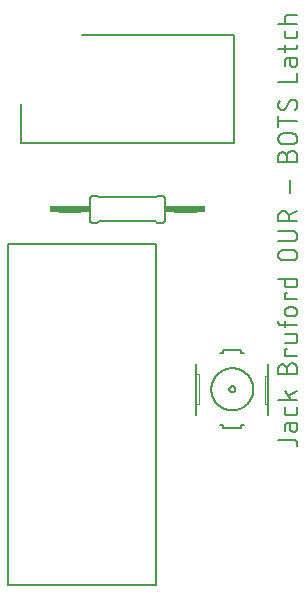
<source format=gto>
G75*
%MOIN*%
%OFA0B0*%
%FSLAX25Y25*%
%IPPOS*%
%LPD*%
%AMOC8*
5,1,8,0,0,1.08239X$1,22.5*
%
%ADD10C,0.00600*%
%ADD11C,0.00787*%
%ADD12C,0.00800*%
%ADD13C,0.02400*%
%ADD14R,0.03400X0.02400*%
%ADD15C,0.00200*%
D10*
X0041100Y0133100D02*
X0042600Y0133100D01*
X0043100Y0133600D01*
X0062100Y0133600D01*
X0062600Y0133100D01*
X0064100Y0133100D01*
X0064160Y0133102D01*
X0064221Y0133107D01*
X0064280Y0133116D01*
X0064339Y0133129D01*
X0064398Y0133145D01*
X0064455Y0133165D01*
X0064510Y0133188D01*
X0064565Y0133215D01*
X0064617Y0133244D01*
X0064668Y0133277D01*
X0064717Y0133313D01*
X0064763Y0133351D01*
X0064807Y0133393D01*
X0064849Y0133437D01*
X0064887Y0133483D01*
X0064923Y0133532D01*
X0064956Y0133583D01*
X0064985Y0133635D01*
X0065012Y0133690D01*
X0065035Y0133745D01*
X0065055Y0133802D01*
X0065071Y0133861D01*
X0065084Y0133920D01*
X0065093Y0133979D01*
X0065098Y0134040D01*
X0065100Y0134100D01*
X0065100Y0141100D01*
X0065098Y0141160D01*
X0065093Y0141221D01*
X0065084Y0141280D01*
X0065071Y0141339D01*
X0065055Y0141398D01*
X0065035Y0141455D01*
X0065012Y0141510D01*
X0064985Y0141565D01*
X0064956Y0141617D01*
X0064923Y0141668D01*
X0064887Y0141717D01*
X0064849Y0141763D01*
X0064807Y0141807D01*
X0064763Y0141849D01*
X0064717Y0141887D01*
X0064668Y0141923D01*
X0064617Y0141956D01*
X0064565Y0141985D01*
X0064510Y0142012D01*
X0064455Y0142035D01*
X0064398Y0142055D01*
X0064339Y0142071D01*
X0064280Y0142084D01*
X0064221Y0142093D01*
X0064160Y0142098D01*
X0064100Y0142100D01*
X0062600Y0142100D01*
X0062100Y0141600D01*
X0043100Y0141600D01*
X0042600Y0142100D01*
X0041100Y0142100D01*
X0041040Y0142098D01*
X0040979Y0142093D01*
X0040920Y0142084D01*
X0040861Y0142071D01*
X0040802Y0142055D01*
X0040745Y0142035D01*
X0040690Y0142012D01*
X0040635Y0141985D01*
X0040583Y0141956D01*
X0040532Y0141923D01*
X0040483Y0141887D01*
X0040437Y0141849D01*
X0040393Y0141807D01*
X0040351Y0141763D01*
X0040313Y0141717D01*
X0040277Y0141668D01*
X0040244Y0141617D01*
X0040215Y0141565D01*
X0040188Y0141510D01*
X0040165Y0141455D01*
X0040145Y0141398D01*
X0040129Y0141339D01*
X0040116Y0141280D01*
X0040107Y0141221D01*
X0040102Y0141160D01*
X0040100Y0141100D01*
X0040100Y0134100D01*
X0040102Y0134040D01*
X0040107Y0133979D01*
X0040116Y0133920D01*
X0040129Y0133861D01*
X0040145Y0133802D01*
X0040165Y0133745D01*
X0040188Y0133690D01*
X0040215Y0133635D01*
X0040244Y0133583D01*
X0040277Y0133532D01*
X0040313Y0133483D01*
X0040351Y0133437D01*
X0040393Y0133393D01*
X0040437Y0133351D01*
X0040483Y0133313D01*
X0040532Y0133277D01*
X0040583Y0133244D01*
X0040635Y0133215D01*
X0040690Y0133188D01*
X0040745Y0133165D01*
X0040802Y0133145D01*
X0040861Y0133129D01*
X0040920Y0133116D01*
X0040979Y0133107D01*
X0041040Y0133102D01*
X0041100Y0133100D01*
X0075600Y0086100D02*
X0075600Y0082600D01*
X0075600Y0072600D01*
X0075600Y0069100D01*
X0083600Y0065600D02*
X0084600Y0065600D01*
X0084600Y0064600D01*
X0090600Y0064600D01*
X0090600Y0065600D01*
X0091600Y0065600D01*
X0099600Y0069100D02*
X0099600Y0072600D01*
X0099600Y0082100D01*
X0099600Y0086100D01*
X0102900Y0084445D02*
X0102900Y0082667D01*
X0109300Y0082667D01*
X0109300Y0084445D01*
X0109298Y0084528D01*
X0109292Y0084611D01*
X0109282Y0084694D01*
X0109269Y0084777D01*
X0109251Y0084858D01*
X0109230Y0084939D01*
X0109205Y0085018D01*
X0109176Y0085096D01*
X0109144Y0085173D01*
X0109108Y0085248D01*
X0109069Y0085322D01*
X0109026Y0085393D01*
X0108980Y0085463D01*
X0108930Y0085530D01*
X0108878Y0085595D01*
X0108823Y0085657D01*
X0108764Y0085717D01*
X0108703Y0085774D01*
X0108640Y0085828D01*
X0108574Y0085879D01*
X0108505Y0085926D01*
X0108435Y0085971D01*
X0108362Y0086012D01*
X0108288Y0086049D01*
X0108212Y0086084D01*
X0108134Y0086114D01*
X0108056Y0086141D01*
X0107975Y0086164D01*
X0107894Y0086184D01*
X0107812Y0086199D01*
X0107730Y0086211D01*
X0107647Y0086219D01*
X0107564Y0086223D01*
X0107480Y0086223D01*
X0107397Y0086219D01*
X0107314Y0086211D01*
X0107232Y0086199D01*
X0107150Y0086184D01*
X0107069Y0086164D01*
X0106988Y0086141D01*
X0106910Y0086114D01*
X0106832Y0086084D01*
X0106756Y0086049D01*
X0106682Y0086012D01*
X0106609Y0085971D01*
X0106539Y0085926D01*
X0106470Y0085879D01*
X0106404Y0085828D01*
X0106341Y0085774D01*
X0106280Y0085717D01*
X0106221Y0085657D01*
X0106166Y0085595D01*
X0106114Y0085530D01*
X0106064Y0085463D01*
X0106018Y0085393D01*
X0105975Y0085322D01*
X0105936Y0085248D01*
X0105900Y0085173D01*
X0105868Y0085096D01*
X0105839Y0085018D01*
X0105814Y0084939D01*
X0105793Y0084858D01*
X0105775Y0084777D01*
X0105762Y0084694D01*
X0105752Y0084611D01*
X0105746Y0084528D01*
X0105744Y0084445D01*
X0105744Y0082667D01*
X0105744Y0084445D02*
X0105742Y0084519D01*
X0105736Y0084594D01*
X0105726Y0084667D01*
X0105713Y0084741D01*
X0105696Y0084813D01*
X0105674Y0084884D01*
X0105650Y0084955D01*
X0105621Y0085023D01*
X0105589Y0085091D01*
X0105553Y0085156D01*
X0105515Y0085219D01*
X0105472Y0085281D01*
X0105427Y0085340D01*
X0105379Y0085397D01*
X0105328Y0085451D01*
X0105274Y0085502D01*
X0105217Y0085550D01*
X0105158Y0085595D01*
X0105096Y0085638D01*
X0105033Y0085676D01*
X0104968Y0085712D01*
X0104900Y0085744D01*
X0104832Y0085773D01*
X0104761Y0085797D01*
X0104690Y0085819D01*
X0104618Y0085836D01*
X0104544Y0085849D01*
X0104471Y0085859D01*
X0104396Y0085865D01*
X0104322Y0085867D01*
X0104248Y0085865D01*
X0104173Y0085859D01*
X0104100Y0085849D01*
X0104026Y0085836D01*
X0103954Y0085819D01*
X0103883Y0085797D01*
X0103812Y0085773D01*
X0103744Y0085744D01*
X0103676Y0085712D01*
X0103611Y0085676D01*
X0103548Y0085638D01*
X0103486Y0085595D01*
X0103427Y0085550D01*
X0103370Y0085502D01*
X0103316Y0085451D01*
X0103265Y0085397D01*
X0103217Y0085340D01*
X0103172Y0085281D01*
X0103129Y0085219D01*
X0103091Y0085156D01*
X0103055Y0085091D01*
X0103023Y0085023D01*
X0102994Y0084955D01*
X0102970Y0084884D01*
X0102948Y0084813D01*
X0102931Y0084741D01*
X0102918Y0084667D01*
X0102908Y0084594D01*
X0102902Y0084519D01*
X0102900Y0084445D01*
X0105033Y0088717D02*
X0105033Y0090850D01*
X0105744Y0090850D01*
X0105033Y0088717D02*
X0109300Y0088717D01*
X0108233Y0092991D02*
X0105033Y0092991D01*
X0105033Y0095835D02*
X0109300Y0095835D01*
X0109300Y0094058D01*
X0109298Y0093994D01*
X0109292Y0093929D01*
X0109283Y0093866D01*
X0109269Y0093803D01*
X0109252Y0093741D01*
X0109231Y0093680D01*
X0109206Y0093620D01*
X0109178Y0093562D01*
X0109146Y0093506D01*
X0109111Y0093452D01*
X0109073Y0093400D01*
X0109032Y0093350D01*
X0108987Y0093304D01*
X0108941Y0093259D01*
X0108891Y0093218D01*
X0108839Y0093180D01*
X0108785Y0093145D01*
X0108729Y0093113D01*
X0108671Y0093085D01*
X0108611Y0093060D01*
X0108550Y0093039D01*
X0108488Y0093022D01*
X0108425Y0093008D01*
X0108362Y0092999D01*
X0108297Y0092993D01*
X0108233Y0092991D01*
X0109300Y0098879D02*
X0103967Y0098879D01*
X0103903Y0098881D01*
X0103838Y0098887D01*
X0103775Y0098896D01*
X0103712Y0098910D01*
X0103650Y0098927D01*
X0103589Y0098948D01*
X0103529Y0098973D01*
X0103471Y0099001D01*
X0103415Y0099033D01*
X0103361Y0099068D01*
X0103309Y0099106D01*
X0103259Y0099147D01*
X0103213Y0099192D01*
X0103168Y0099238D01*
X0103127Y0099288D01*
X0103089Y0099340D01*
X0103054Y0099394D01*
X0103022Y0099450D01*
X0102994Y0099508D01*
X0102969Y0099568D01*
X0102948Y0099629D01*
X0102931Y0099691D01*
X0102917Y0099754D01*
X0102908Y0099817D01*
X0102902Y0099882D01*
X0102900Y0099946D01*
X0102900Y0100301D01*
X0105033Y0100301D02*
X0105033Y0098168D01*
X0106456Y0102017D02*
X0107878Y0102017D01*
X0107952Y0102019D01*
X0108027Y0102025D01*
X0108100Y0102035D01*
X0108174Y0102048D01*
X0108246Y0102065D01*
X0108317Y0102087D01*
X0108388Y0102111D01*
X0108456Y0102140D01*
X0108524Y0102172D01*
X0108589Y0102208D01*
X0108652Y0102246D01*
X0108714Y0102289D01*
X0108773Y0102334D01*
X0108830Y0102382D01*
X0108884Y0102433D01*
X0108935Y0102487D01*
X0108983Y0102544D01*
X0109028Y0102603D01*
X0109071Y0102665D01*
X0109109Y0102728D01*
X0109145Y0102793D01*
X0109177Y0102861D01*
X0109206Y0102929D01*
X0109230Y0103000D01*
X0109252Y0103071D01*
X0109269Y0103143D01*
X0109282Y0103217D01*
X0109292Y0103290D01*
X0109298Y0103365D01*
X0109300Y0103439D01*
X0109298Y0103513D01*
X0109292Y0103588D01*
X0109282Y0103661D01*
X0109269Y0103735D01*
X0109252Y0103807D01*
X0109230Y0103878D01*
X0109206Y0103949D01*
X0109177Y0104017D01*
X0109145Y0104085D01*
X0109109Y0104150D01*
X0109071Y0104213D01*
X0109028Y0104275D01*
X0108983Y0104334D01*
X0108935Y0104391D01*
X0108884Y0104445D01*
X0108830Y0104496D01*
X0108773Y0104544D01*
X0108714Y0104589D01*
X0108652Y0104632D01*
X0108589Y0104670D01*
X0108524Y0104706D01*
X0108456Y0104738D01*
X0108388Y0104767D01*
X0108317Y0104791D01*
X0108246Y0104813D01*
X0108174Y0104830D01*
X0108100Y0104843D01*
X0108027Y0104853D01*
X0107952Y0104859D01*
X0107878Y0104861D01*
X0106456Y0104861D01*
X0106382Y0104859D01*
X0106307Y0104853D01*
X0106234Y0104843D01*
X0106160Y0104830D01*
X0106088Y0104813D01*
X0106017Y0104791D01*
X0105946Y0104767D01*
X0105878Y0104738D01*
X0105810Y0104706D01*
X0105745Y0104670D01*
X0105682Y0104632D01*
X0105620Y0104589D01*
X0105561Y0104544D01*
X0105504Y0104496D01*
X0105450Y0104445D01*
X0105399Y0104391D01*
X0105351Y0104334D01*
X0105306Y0104275D01*
X0105263Y0104213D01*
X0105225Y0104150D01*
X0105189Y0104085D01*
X0105157Y0104017D01*
X0105128Y0103949D01*
X0105104Y0103878D01*
X0105082Y0103807D01*
X0105065Y0103735D01*
X0105052Y0103661D01*
X0105042Y0103588D01*
X0105036Y0103513D01*
X0105034Y0103439D01*
X0105036Y0103365D01*
X0105042Y0103290D01*
X0105052Y0103217D01*
X0105065Y0103143D01*
X0105082Y0103071D01*
X0105104Y0103000D01*
X0105128Y0102929D01*
X0105157Y0102861D01*
X0105189Y0102793D01*
X0105225Y0102728D01*
X0105263Y0102665D01*
X0105306Y0102603D01*
X0105351Y0102544D01*
X0105399Y0102487D01*
X0105450Y0102433D01*
X0105504Y0102382D01*
X0105561Y0102334D01*
X0105620Y0102289D01*
X0105682Y0102246D01*
X0105745Y0102208D01*
X0105810Y0102172D01*
X0105878Y0102140D01*
X0105946Y0102111D01*
X0106017Y0102087D01*
X0106088Y0102065D01*
X0106160Y0102048D01*
X0106234Y0102035D01*
X0106307Y0102025D01*
X0106382Y0102019D01*
X0106456Y0102017D01*
X0105033Y0107589D02*
X0105033Y0109722D01*
X0105744Y0109722D01*
X0106100Y0111629D02*
X0108233Y0111629D01*
X0108297Y0111631D01*
X0108362Y0111637D01*
X0108425Y0111646D01*
X0108488Y0111660D01*
X0108550Y0111677D01*
X0108611Y0111698D01*
X0108671Y0111723D01*
X0108729Y0111751D01*
X0108785Y0111783D01*
X0108839Y0111818D01*
X0108891Y0111856D01*
X0108941Y0111897D01*
X0108987Y0111942D01*
X0109032Y0111988D01*
X0109073Y0112038D01*
X0109111Y0112090D01*
X0109146Y0112144D01*
X0109178Y0112200D01*
X0109206Y0112258D01*
X0109231Y0112318D01*
X0109252Y0112379D01*
X0109269Y0112441D01*
X0109283Y0112504D01*
X0109292Y0112567D01*
X0109298Y0112632D01*
X0109300Y0112696D01*
X0109300Y0114474D01*
X0102900Y0114474D01*
X0105033Y0114474D02*
X0105033Y0112696D01*
X0105035Y0112632D01*
X0105041Y0112567D01*
X0105050Y0112504D01*
X0105064Y0112441D01*
X0105081Y0112379D01*
X0105102Y0112318D01*
X0105127Y0112258D01*
X0105155Y0112200D01*
X0105187Y0112144D01*
X0105222Y0112090D01*
X0105260Y0112038D01*
X0105301Y0111988D01*
X0105346Y0111942D01*
X0105392Y0111897D01*
X0105442Y0111856D01*
X0105494Y0111818D01*
X0105548Y0111783D01*
X0105604Y0111751D01*
X0105662Y0111723D01*
X0105722Y0111698D01*
X0105783Y0111677D01*
X0105845Y0111660D01*
X0105908Y0111646D01*
X0105971Y0111637D01*
X0106036Y0111631D01*
X0106100Y0111629D01*
X0105033Y0107589D02*
X0109300Y0107589D01*
X0107522Y0120534D02*
X0104678Y0120534D01*
X0104678Y0120533D02*
X0104595Y0120535D01*
X0104512Y0120541D01*
X0104429Y0120551D01*
X0104346Y0120564D01*
X0104265Y0120582D01*
X0104184Y0120603D01*
X0104105Y0120628D01*
X0104027Y0120657D01*
X0103950Y0120689D01*
X0103875Y0120725D01*
X0103801Y0120764D01*
X0103730Y0120807D01*
X0103660Y0120853D01*
X0103593Y0120903D01*
X0103528Y0120955D01*
X0103466Y0121010D01*
X0103406Y0121069D01*
X0103349Y0121130D01*
X0103295Y0121193D01*
X0103244Y0121259D01*
X0103197Y0121328D01*
X0103152Y0121398D01*
X0103111Y0121471D01*
X0103074Y0121545D01*
X0103039Y0121621D01*
X0103009Y0121699D01*
X0102982Y0121777D01*
X0102959Y0121858D01*
X0102939Y0121939D01*
X0102924Y0122021D01*
X0102912Y0122103D01*
X0102904Y0122186D01*
X0102900Y0122269D01*
X0102900Y0122353D01*
X0102904Y0122436D01*
X0102912Y0122519D01*
X0102924Y0122601D01*
X0102939Y0122683D01*
X0102959Y0122764D01*
X0102982Y0122845D01*
X0103009Y0122923D01*
X0103039Y0123001D01*
X0103074Y0123077D01*
X0103111Y0123151D01*
X0103152Y0123224D01*
X0103197Y0123294D01*
X0103244Y0123363D01*
X0103295Y0123429D01*
X0103349Y0123492D01*
X0103406Y0123553D01*
X0103466Y0123612D01*
X0103528Y0123667D01*
X0103593Y0123719D01*
X0103660Y0123769D01*
X0103730Y0123815D01*
X0103801Y0123858D01*
X0103875Y0123897D01*
X0103950Y0123933D01*
X0104027Y0123965D01*
X0104105Y0123994D01*
X0104184Y0124019D01*
X0104265Y0124040D01*
X0104346Y0124058D01*
X0104429Y0124071D01*
X0104512Y0124081D01*
X0104595Y0124087D01*
X0104678Y0124089D01*
X0107522Y0124089D01*
X0107605Y0124087D01*
X0107688Y0124081D01*
X0107771Y0124071D01*
X0107854Y0124058D01*
X0107935Y0124040D01*
X0108016Y0124019D01*
X0108095Y0123994D01*
X0108173Y0123965D01*
X0108250Y0123933D01*
X0108325Y0123897D01*
X0108399Y0123858D01*
X0108470Y0123815D01*
X0108540Y0123769D01*
X0108607Y0123719D01*
X0108672Y0123667D01*
X0108734Y0123612D01*
X0108794Y0123553D01*
X0108851Y0123492D01*
X0108905Y0123429D01*
X0108956Y0123363D01*
X0109003Y0123294D01*
X0109048Y0123224D01*
X0109089Y0123151D01*
X0109126Y0123077D01*
X0109161Y0123001D01*
X0109191Y0122923D01*
X0109218Y0122845D01*
X0109241Y0122764D01*
X0109261Y0122683D01*
X0109276Y0122601D01*
X0109288Y0122519D01*
X0109296Y0122436D01*
X0109300Y0122353D01*
X0109300Y0122269D01*
X0109296Y0122186D01*
X0109288Y0122103D01*
X0109276Y0122021D01*
X0109261Y0121939D01*
X0109241Y0121858D01*
X0109218Y0121777D01*
X0109191Y0121699D01*
X0109161Y0121621D01*
X0109126Y0121545D01*
X0109089Y0121471D01*
X0109048Y0121398D01*
X0109003Y0121328D01*
X0108956Y0121259D01*
X0108905Y0121193D01*
X0108851Y0121130D01*
X0108794Y0121069D01*
X0108734Y0121010D01*
X0108672Y0120955D01*
X0108607Y0120903D01*
X0108540Y0120853D01*
X0108470Y0120807D01*
X0108399Y0120764D01*
X0108325Y0120725D01*
X0108250Y0120689D01*
X0108173Y0120657D01*
X0108095Y0120628D01*
X0108016Y0120603D01*
X0107935Y0120582D01*
X0107854Y0120564D01*
X0107771Y0120551D01*
X0107688Y0120541D01*
X0107605Y0120535D01*
X0107522Y0120533D01*
X0107522Y0126893D02*
X0102900Y0126893D01*
X0102900Y0130448D02*
X0107522Y0130448D01*
X0107522Y0130449D02*
X0107605Y0130447D01*
X0107688Y0130441D01*
X0107771Y0130431D01*
X0107854Y0130418D01*
X0107935Y0130400D01*
X0108016Y0130379D01*
X0108095Y0130354D01*
X0108173Y0130325D01*
X0108250Y0130293D01*
X0108325Y0130257D01*
X0108399Y0130218D01*
X0108470Y0130175D01*
X0108540Y0130129D01*
X0108607Y0130079D01*
X0108672Y0130027D01*
X0108734Y0129972D01*
X0108794Y0129913D01*
X0108851Y0129852D01*
X0108905Y0129789D01*
X0108956Y0129723D01*
X0109003Y0129654D01*
X0109048Y0129584D01*
X0109089Y0129511D01*
X0109126Y0129437D01*
X0109161Y0129361D01*
X0109191Y0129283D01*
X0109218Y0129205D01*
X0109241Y0129124D01*
X0109261Y0129043D01*
X0109276Y0128961D01*
X0109288Y0128879D01*
X0109296Y0128796D01*
X0109300Y0128713D01*
X0109300Y0128629D01*
X0109296Y0128546D01*
X0109288Y0128463D01*
X0109276Y0128381D01*
X0109261Y0128299D01*
X0109241Y0128218D01*
X0109218Y0128137D01*
X0109191Y0128059D01*
X0109161Y0127981D01*
X0109126Y0127905D01*
X0109089Y0127831D01*
X0109048Y0127758D01*
X0109003Y0127688D01*
X0108956Y0127619D01*
X0108905Y0127553D01*
X0108851Y0127490D01*
X0108794Y0127429D01*
X0108734Y0127370D01*
X0108672Y0127315D01*
X0108607Y0127263D01*
X0108540Y0127213D01*
X0108470Y0127167D01*
X0108399Y0127124D01*
X0108325Y0127085D01*
X0108250Y0127049D01*
X0108173Y0127017D01*
X0108095Y0126988D01*
X0108016Y0126963D01*
X0107935Y0126942D01*
X0107854Y0126924D01*
X0107771Y0126911D01*
X0107688Y0126901D01*
X0107605Y0126895D01*
X0107522Y0126893D01*
X0106456Y0133493D02*
X0106456Y0135271D01*
X0106456Y0135626D02*
X0109300Y0137049D01*
X0109300Y0133493D02*
X0102900Y0133493D01*
X0102900Y0135271D01*
X0102902Y0135354D01*
X0102908Y0135437D01*
X0102918Y0135520D01*
X0102931Y0135603D01*
X0102949Y0135684D01*
X0102970Y0135765D01*
X0102995Y0135844D01*
X0103024Y0135922D01*
X0103056Y0135999D01*
X0103092Y0136074D01*
X0103131Y0136148D01*
X0103174Y0136219D01*
X0103220Y0136289D01*
X0103270Y0136356D01*
X0103322Y0136421D01*
X0103377Y0136483D01*
X0103436Y0136543D01*
X0103497Y0136600D01*
X0103560Y0136654D01*
X0103626Y0136705D01*
X0103695Y0136752D01*
X0103765Y0136797D01*
X0103838Y0136838D01*
X0103912Y0136875D01*
X0103988Y0136910D01*
X0104066Y0136940D01*
X0104144Y0136967D01*
X0104225Y0136990D01*
X0104306Y0137010D01*
X0104388Y0137025D01*
X0104470Y0137037D01*
X0104553Y0137045D01*
X0104636Y0137049D01*
X0104720Y0137049D01*
X0104803Y0137045D01*
X0104886Y0137037D01*
X0104968Y0137025D01*
X0105050Y0137010D01*
X0105131Y0136990D01*
X0105212Y0136967D01*
X0105290Y0136940D01*
X0105368Y0136910D01*
X0105444Y0136875D01*
X0105518Y0136838D01*
X0105591Y0136797D01*
X0105661Y0136752D01*
X0105730Y0136705D01*
X0105796Y0136654D01*
X0105859Y0136600D01*
X0105920Y0136543D01*
X0105979Y0136483D01*
X0106034Y0136421D01*
X0106086Y0136356D01*
X0106136Y0136289D01*
X0106182Y0136219D01*
X0106225Y0136148D01*
X0106264Y0136074D01*
X0106300Y0135999D01*
X0106332Y0135922D01*
X0106361Y0135844D01*
X0106386Y0135765D01*
X0106407Y0135684D01*
X0106425Y0135603D01*
X0106438Y0135520D01*
X0106448Y0135437D01*
X0106454Y0135354D01*
X0106456Y0135271D01*
X0106811Y0142948D02*
X0106811Y0147215D01*
X0105744Y0153438D02*
X0105744Y0155216D01*
X0105742Y0155290D01*
X0105736Y0155365D01*
X0105726Y0155438D01*
X0105713Y0155512D01*
X0105696Y0155584D01*
X0105674Y0155655D01*
X0105650Y0155726D01*
X0105621Y0155794D01*
X0105589Y0155862D01*
X0105553Y0155927D01*
X0105515Y0155990D01*
X0105472Y0156052D01*
X0105427Y0156111D01*
X0105379Y0156168D01*
X0105328Y0156222D01*
X0105274Y0156273D01*
X0105217Y0156321D01*
X0105158Y0156366D01*
X0105096Y0156409D01*
X0105033Y0156447D01*
X0104968Y0156483D01*
X0104900Y0156515D01*
X0104832Y0156544D01*
X0104761Y0156568D01*
X0104690Y0156590D01*
X0104618Y0156607D01*
X0104544Y0156620D01*
X0104471Y0156630D01*
X0104396Y0156636D01*
X0104322Y0156638D01*
X0104248Y0156636D01*
X0104173Y0156630D01*
X0104100Y0156620D01*
X0104026Y0156607D01*
X0103954Y0156590D01*
X0103883Y0156568D01*
X0103812Y0156544D01*
X0103744Y0156515D01*
X0103676Y0156483D01*
X0103611Y0156447D01*
X0103548Y0156409D01*
X0103486Y0156366D01*
X0103427Y0156321D01*
X0103370Y0156273D01*
X0103316Y0156222D01*
X0103265Y0156168D01*
X0103217Y0156111D01*
X0103172Y0156052D01*
X0103129Y0155990D01*
X0103091Y0155927D01*
X0103055Y0155862D01*
X0103023Y0155794D01*
X0102994Y0155726D01*
X0102970Y0155655D01*
X0102948Y0155584D01*
X0102931Y0155512D01*
X0102918Y0155438D01*
X0102908Y0155365D01*
X0102902Y0155290D01*
X0102900Y0155216D01*
X0102900Y0153438D01*
X0109300Y0153438D01*
X0109300Y0155216D01*
X0109298Y0155299D01*
X0109292Y0155382D01*
X0109282Y0155465D01*
X0109269Y0155548D01*
X0109251Y0155629D01*
X0109230Y0155710D01*
X0109205Y0155789D01*
X0109176Y0155867D01*
X0109144Y0155944D01*
X0109108Y0156019D01*
X0109069Y0156093D01*
X0109026Y0156164D01*
X0108980Y0156234D01*
X0108930Y0156301D01*
X0108878Y0156366D01*
X0108823Y0156428D01*
X0108764Y0156488D01*
X0108703Y0156545D01*
X0108640Y0156599D01*
X0108574Y0156650D01*
X0108505Y0156697D01*
X0108435Y0156742D01*
X0108362Y0156783D01*
X0108288Y0156820D01*
X0108212Y0156855D01*
X0108134Y0156885D01*
X0108056Y0156912D01*
X0107975Y0156935D01*
X0107894Y0156955D01*
X0107812Y0156970D01*
X0107730Y0156982D01*
X0107647Y0156990D01*
X0107564Y0156994D01*
X0107480Y0156994D01*
X0107397Y0156990D01*
X0107314Y0156982D01*
X0107232Y0156970D01*
X0107150Y0156955D01*
X0107069Y0156935D01*
X0106988Y0156912D01*
X0106910Y0156885D01*
X0106832Y0156855D01*
X0106756Y0156820D01*
X0106682Y0156783D01*
X0106609Y0156742D01*
X0106539Y0156697D01*
X0106470Y0156650D01*
X0106404Y0156599D01*
X0106341Y0156545D01*
X0106280Y0156488D01*
X0106221Y0156428D01*
X0106166Y0156366D01*
X0106114Y0156301D01*
X0106064Y0156234D01*
X0106018Y0156164D01*
X0105975Y0156093D01*
X0105936Y0156019D01*
X0105900Y0155944D01*
X0105868Y0155867D01*
X0105839Y0155789D01*
X0105814Y0155710D01*
X0105793Y0155629D01*
X0105775Y0155548D01*
X0105762Y0155465D01*
X0105752Y0155382D01*
X0105746Y0155299D01*
X0105744Y0155216D01*
X0104678Y0159304D02*
X0107522Y0159304D01*
X0107605Y0159306D01*
X0107688Y0159312D01*
X0107771Y0159322D01*
X0107854Y0159335D01*
X0107935Y0159353D01*
X0108016Y0159374D01*
X0108095Y0159399D01*
X0108173Y0159428D01*
X0108250Y0159460D01*
X0108325Y0159496D01*
X0108399Y0159535D01*
X0108470Y0159578D01*
X0108540Y0159624D01*
X0108607Y0159674D01*
X0108672Y0159726D01*
X0108734Y0159781D01*
X0108794Y0159840D01*
X0108851Y0159901D01*
X0108905Y0159964D01*
X0108956Y0160030D01*
X0109003Y0160099D01*
X0109048Y0160169D01*
X0109089Y0160242D01*
X0109126Y0160316D01*
X0109161Y0160392D01*
X0109191Y0160470D01*
X0109218Y0160548D01*
X0109241Y0160629D01*
X0109261Y0160710D01*
X0109276Y0160792D01*
X0109288Y0160874D01*
X0109296Y0160957D01*
X0109300Y0161040D01*
X0109300Y0161124D01*
X0109296Y0161207D01*
X0109288Y0161290D01*
X0109276Y0161372D01*
X0109261Y0161454D01*
X0109241Y0161535D01*
X0109218Y0161616D01*
X0109191Y0161694D01*
X0109161Y0161772D01*
X0109126Y0161848D01*
X0109089Y0161922D01*
X0109048Y0161995D01*
X0109003Y0162065D01*
X0108956Y0162134D01*
X0108905Y0162200D01*
X0108851Y0162263D01*
X0108794Y0162324D01*
X0108734Y0162383D01*
X0108672Y0162438D01*
X0108607Y0162490D01*
X0108540Y0162540D01*
X0108470Y0162586D01*
X0108399Y0162629D01*
X0108325Y0162668D01*
X0108250Y0162704D01*
X0108173Y0162736D01*
X0108095Y0162765D01*
X0108016Y0162790D01*
X0107935Y0162811D01*
X0107854Y0162829D01*
X0107771Y0162842D01*
X0107688Y0162852D01*
X0107605Y0162858D01*
X0107522Y0162860D01*
X0104678Y0162860D01*
X0104595Y0162858D01*
X0104512Y0162852D01*
X0104429Y0162842D01*
X0104346Y0162829D01*
X0104265Y0162811D01*
X0104184Y0162790D01*
X0104105Y0162765D01*
X0104027Y0162736D01*
X0103950Y0162704D01*
X0103875Y0162668D01*
X0103801Y0162629D01*
X0103730Y0162586D01*
X0103660Y0162540D01*
X0103593Y0162490D01*
X0103528Y0162438D01*
X0103466Y0162383D01*
X0103406Y0162324D01*
X0103349Y0162263D01*
X0103295Y0162200D01*
X0103244Y0162134D01*
X0103197Y0162065D01*
X0103152Y0161995D01*
X0103111Y0161922D01*
X0103074Y0161848D01*
X0103039Y0161772D01*
X0103009Y0161694D01*
X0102982Y0161616D01*
X0102959Y0161535D01*
X0102939Y0161454D01*
X0102924Y0161372D01*
X0102912Y0161290D01*
X0102904Y0161207D01*
X0102900Y0161124D01*
X0102900Y0161040D01*
X0102904Y0160957D01*
X0102912Y0160874D01*
X0102924Y0160792D01*
X0102939Y0160710D01*
X0102959Y0160629D01*
X0102982Y0160548D01*
X0103009Y0160470D01*
X0103039Y0160392D01*
X0103074Y0160316D01*
X0103111Y0160242D01*
X0103152Y0160169D01*
X0103197Y0160099D01*
X0103244Y0160030D01*
X0103295Y0159964D01*
X0103349Y0159901D01*
X0103406Y0159840D01*
X0103466Y0159781D01*
X0103528Y0159726D01*
X0103593Y0159674D01*
X0103660Y0159624D01*
X0103730Y0159578D01*
X0103801Y0159535D01*
X0103875Y0159496D01*
X0103950Y0159460D01*
X0104027Y0159428D01*
X0104105Y0159399D01*
X0104184Y0159374D01*
X0104265Y0159353D01*
X0104346Y0159335D01*
X0104429Y0159322D01*
X0104512Y0159312D01*
X0104595Y0159306D01*
X0104678Y0159304D01*
X0102900Y0165048D02*
X0102900Y0168603D01*
X0102900Y0166826D02*
X0109300Y0166826D01*
X0105567Y0171475D02*
X0106633Y0173431D01*
X0109300Y0172720D02*
X0109298Y0172612D01*
X0109292Y0172505D01*
X0109283Y0172397D01*
X0109269Y0172290D01*
X0109252Y0172184D01*
X0109231Y0172078D01*
X0109206Y0171973D01*
X0109177Y0171869D01*
X0109145Y0171766D01*
X0109109Y0171665D01*
X0109069Y0171565D01*
X0109026Y0171466D01*
X0108979Y0171369D01*
X0108929Y0171273D01*
X0108875Y0171180D01*
X0108818Y0171088D01*
X0108758Y0170999D01*
X0108695Y0170912D01*
X0108628Y0170827D01*
X0108559Y0170744D01*
X0108486Y0170664D01*
X0108411Y0170587D01*
X0106634Y0173430D02*
X0106674Y0173494D01*
X0106717Y0173555D01*
X0106763Y0173614D01*
X0106812Y0173671D01*
X0106864Y0173725D01*
X0106918Y0173776D01*
X0106976Y0173824D01*
X0107035Y0173870D01*
X0107097Y0173912D01*
X0107162Y0173951D01*
X0107228Y0173986D01*
X0107295Y0174018D01*
X0107365Y0174047D01*
X0107435Y0174072D01*
X0107507Y0174093D01*
X0107580Y0174110D01*
X0107654Y0174124D01*
X0107728Y0174133D01*
X0107803Y0174139D01*
X0107878Y0174141D01*
X0107878Y0174142D02*
X0107952Y0174140D01*
X0108027Y0174134D01*
X0108100Y0174124D01*
X0108174Y0174111D01*
X0108246Y0174094D01*
X0108317Y0174072D01*
X0108388Y0174048D01*
X0108456Y0174019D01*
X0108524Y0173987D01*
X0108589Y0173951D01*
X0108652Y0173913D01*
X0108714Y0173870D01*
X0108773Y0173825D01*
X0108830Y0173777D01*
X0108884Y0173726D01*
X0108935Y0173672D01*
X0108983Y0173615D01*
X0109028Y0173556D01*
X0109071Y0173494D01*
X0109109Y0173431D01*
X0109145Y0173366D01*
X0109177Y0173298D01*
X0109206Y0173230D01*
X0109230Y0173159D01*
X0109252Y0173088D01*
X0109269Y0173016D01*
X0109282Y0172942D01*
X0109292Y0172869D01*
X0109298Y0172794D01*
X0109300Y0172720D01*
X0103433Y0173786D02*
X0103374Y0173704D01*
X0103318Y0173620D01*
X0103266Y0173534D01*
X0103216Y0173446D01*
X0103170Y0173356D01*
X0103128Y0173265D01*
X0103089Y0173172D01*
X0103053Y0173077D01*
X0103021Y0172981D01*
X0102993Y0172884D01*
X0102968Y0172787D01*
X0102948Y0172688D01*
X0102931Y0172588D01*
X0102917Y0172488D01*
X0102908Y0172388D01*
X0102902Y0172287D01*
X0102900Y0172186D01*
X0102902Y0172112D01*
X0102908Y0172037D01*
X0102918Y0171964D01*
X0102931Y0171890D01*
X0102948Y0171818D01*
X0102970Y0171747D01*
X0102994Y0171676D01*
X0103023Y0171608D01*
X0103055Y0171540D01*
X0103091Y0171475D01*
X0103129Y0171412D01*
X0103172Y0171350D01*
X0103217Y0171291D01*
X0103265Y0171234D01*
X0103316Y0171180D01*
X0103370Y0171129D01*
X0103427Y0171081D01*
X0103486Y0171036D01*
X0103548Y0170993D01*
X0103611Y0170955D01*
X0103676Y0170919D01*
X0103744Y0170887D01*
X0103812Y0170858D01*
X0103883Y0170834D01*
X0103954Y0170812D01*
X0104026Y0170795D01*
X0104100Y0170782D01*
X0104173Y0170772D01*
X0104248Y0170766D01*
X0104322Y0170764D01*
X0104322Y0170765D02*
X0104397Y0170767D01*
X0104472Y0170773D01*
X0104546Y0170782D01*
X0104620Y0170796D01*
X0104693Y0170813D01*
X0104765Y0170834D01*
X0104835Y0170859D01*
X0104905Y0170888D01*
X0104972Y0170920D01*
X0105038Y0170955D01*
X0105103Y0170994D01*
X0105165Y0171036D01*
X0105224Y0171082D01*
X0105282Y0171130D01*
X0105336Y0171181D01*
X0105388Y0171235D01*
X0105437Y0171292D01*
X0105483Y0171351D01*
X0105526Y0171412D01*
X0105566Y0171476D01*
X0102900Y0180034D02*
X0109300Y0180034D01*
X0109300Y0182879D01*
X0109300Y0186312D02*
X0109300Y0187912D01*
X0106100Y0187912D01*
X0106811Y0187912D02*
X0106811Y0186312D01*
X0106100Y0187912D02*
X0106036Y0187910D01*
X0105971Y0187904D01*
X0105908Y0187895D01*
X0105845Y0187881D01*
X0105783Y0187864D01*
X0105722Y0187843D01*
X0105662Y0187818D01*
X0105604Y0187790D01*
X0105548Y0187758D01*
X0105494Y0187723D01*
X0105442Y0187685D01*
X0105392Y0187644D01*
X0105346Y0187599D01*
X0105301Y0187553D01*
X0105260Y0187503D01*
X0105222Y0187451D01*
X0105187Y0187397D01*
X0105155Y0187341D01*
X0105127Y0187283D01*
X0105102Y0187223D01*
X0105081Y0187162D01*
X0105064Y0187100D01*
X0105050Y0187037D01*
X0105041Y0186974D01*
X0105035Y0186909D01*
X0105033Y0186845D01*
X0105033Y0185423D01*
X0106812Y0186312D02*
X0106814Y0186242D01*
X0106820Y0186173D01*
X0106830Y0186104D01*
X0106843Y0186035D01*
X0106861Y0185968D01*
X0106882Y0185901D01*
X0106907Y0185836D01*
X0106935Y0185772D01*
X0106967Y0185710D01*
X0107003Y0185650D01*
X0107041Y0185592D01*
X0107083Y0185536D01*
X0107128Y0185483D01*
X0107176Y0185432D01*
X0107227Y0185384D01*
X0107280Y0185339D01*
X0107336Y0185297D01*
X0107394Y0185259D01*
X0107454Y0185223D01*
X0107516Y0185191D01*
X0107580Y0185163D01*
X0107645Y0185138D01*
X0107712Y0185117D01*
X0107779Y0185099D01*
X0107848Y0185086D01*
X0107917Y0185076D01*
X0107986Y0185070D01*
X0108056Y0185068D01*
X0108126Y0185070D01*
X0108195Y0185076D01*
X0108264Y0185086D01*
X0108333Y0185099D01*
X0108400Y0185117D01*
X0108467Y0185138D01*
X0108532Y0185163D01*
X0108596Y0185191D01*
X0108658Y0185223D01*
X0108718Y0185259D01*
X0108776Y0185297D01*
X0108832Y0185339D01*
X0108885Y0185384D01*
X0108936Y0185432D01*
X0108984Y0185483D01*
X0109029Y0185536D01*
X0109071Y0185592D01*
X0109109Y0185650D01*
X0109145Y0185710D01*
X0109177Y0185772D01*
X0109205Y0185836D01*
X0109230Y0185901D01*
X0109251Y0185968D01*
X0109269Y0186035D01*
X0109282Y0186104D01*
X0109292Y0186173D01*
X0109298Y0186242D01*
X0109300Y0186312D01*
X0108233Y0190835D02*
X0102900Y0190835D01*
X0105033Y0190124D02*
X0105033Y0192257D01*
X0106100Y0194539D02*
X0108233Y0194539D01*
X0108297Y0194541D01*
X0108362Y0194547D01*
X0108425Y0194556D01*
X0108488Y0194570D01*
X0108550Y0194587D01*
X0108611Y0194608D01*
X0108671Y0194633D01*
X0108729Y0194661D01*
X0108785Y0194693D01*
X0108839Y0194728D01*
X0108891Y0194766D01*
X0108941Y0194807D01*
X0108987Y0194852D01*
X0109032Y0194898D01*
X0109073Y0194948D01*
X0109111Y0195000D01*
X0109146Y0195054D01*
X0109178Y0195110D01*
X0109206Y0195168D01*
X0109231Y0195228D01*
X0109252Y0195289D01*
X0109269Y0195351D01*
X0109283Y0195414D01*
X0109292Y0195477D01*
X0109298Y0195542D01*
X0109300Y0195606D01*
X0109300Y0197028D01*
X0109300Y0199456D02*
X0102900Y0199456D01*
X0105033Y0199456D02*
X0105033Y0201233D01*
X0105035Y0201297D01*
X0105041Y0201362D01*
X0105050Y0201425D01*
X0105064Y0201488D01*
X0105081Y0201550D01*
X0105102Y0201611D01*
X0105127Y0201671D01*
X0105155Y0201729D01*
X0105187Y0201785D01*
X0105222Y0201839D01*
X0105260Y0201891D01*
X0105301Y0201941D01*
X0105346Y0201987D01*
X0105392Y0202032D01*
X0105442Y0202073D01*
X0105494Y0202111D01*
X0105548Y0202146D01*
X0105604Y0202178D01*
X0105662Y0202206D01*
X0105722Y0202231D01*
X0105783Y0202252D01*
X0105845Y0202269D01*
X0105908Y0202283D01*
X0105971Y0202292D01*
X0106036Y0202298D01*
X0106100Y0202300D01*
X0109300Y0202300D01*
X0105033Y0197028D02*
X0105033Y0195606D01*
X0105035Y0195542D01*
X0105041Y0195477D01*
X0105050Y0195414D01*
X0105064Y0195351D01*
X0105081Y0195289D01*
X0105102Y0195228D01*
X0105127Y0195168D01*
X0105155Y0195110D01*
X0105187Y0195054D01*
X0105222Y0195000D01*
X0105260Y0194948D01*
X0105301Y0194898D01*
X0105346Y0194852D01*
X0105392Y0194807D01*
X0105442Y0194766D01*
X0105494Y0194728D01*
X0105548Y0194693D01*
X0105604Y0194661D01*
X0105662Y0194633D01*
X0105722Y0194608D01*
X0105783Y0194587D01*
X0105845Y0194570D01*
X0105908Y0194556D01*
X0105971Y0194547D01*
X0106036Y0194541D01*
X0106100Y0194539D01*
X0109300Y0191902D02*
X0109298Y0191838D01*
X0109292Y0191773D01*
X0109283Y0191710D01*
X0109269Y0191647D01*
X0109252Y0191585D01*
X0109231Y0191524D01*
X0109206Y0191464D01*
X0109178Y0191406D01*
X0109146Y0191350D01*
X0109111Y0191296D01*
X0109073Y0191244D01*
X0109032Y0191194D01*
X0108987Y0191148D01*
X0108941Y0191103D01*
X0108891Y0191062D01*
X0108839Y0191024D01*
X0108785Y0190989D01*
X0108729Y0190957D01*
X0108671Y0190929D01*
X0108611Y0190904D01*
X0108550Y0190883D01*
X0108488Y0190866D01*
X0108425Y0190852D01*
X0108362Y0190843D01*
X0108297Y0190837D01*
X0108233Y0190835D01*
X0109300Y0191902D02*
X0109300Y0192257D01*
X0090600Y0090600D02*
X0084600Y0090600D01*
X0084600Y0089600D01*
X0083600Y0089600D01*
X0086600Y0077600D02*
X0086602Y0077663D01*
X0086608Y0077725D01*
X0086618Y0077787D01*
X0086631Y0077849D01*
X0086649Y0077909D01*
X0086670Y0077968D01*
X0086695Y0078026D01*
X0086724Y0078082D01*
X0086756Y0078136D01*
X0086791Y0078188D01*
X0086829Y0078237D01*
X0086871Y0078285D01*
X0086915Y0078329D01*
X0086963Y0078371D01*
X0087012Y0078409D01*
X0087064Y0078444D01*
X0087118Y0078476D01*
X0087174Y0078505D01*
X0087232Y0078530D01*
X0087291Y0078551D01*
X0087351Y0078569D01*
X0087413Y0078582D01*
X0087475Y0078592D01*
X0087537Y0078598D01*
X0087600Y0078600D01*
X0087663Y0078598D01*
X0087725Y0078592D01*
X0087787Y0078582D01*
X0087849Y0078569D01*
X0087909Y0078551D01*
X0087968Y0078530D01*
X0088026Y0078505D01*
X0088082Y0078476D01*
X0088136Y0078444D01*
X0088188Y0078409D01*
X0088237Y0078371D01*
X0088285Y0078329D01*
X0088329Y0078285D01*
X0088371Y0078237D01*
X0088409Y0078188D01*
X0088444Y0078136D01*
X0088476Y0078082D01*
X0088505Y0078026D01*
X0088530Y0077968D01*
X0088551Y0077909D01*
X0088569Y0077849D01*
X0088582Y0077787D01*
X0088592Y0077725D01*
X0088598Y0077663D01*
X0088600Y0077600D01*
X0088598Y0077537D01*
X0088592Y0077475D01*
X0088582Y0077413D01*
X0088569Y0077351D01*
X0088551Y0077291D01*
X0088530Y0077232D01*
X0088505Y0077174D01*
X0088476Y0077118D01*
X0088444Y0077064D01*
X0088409Y0077012D01*
X0088371Y0076963D01*
X0088329Y0076915D01*
X0088285Y0076871D01*
X0088237Y0076829D01*
X0088188Y0076791D01*
X0088136Y0076756D01*
X0088082Y0076724D01*
X0088026Y0076695D01*
X0087968Y0076670D01*
X0087909Y0076649D01*
X0087849Y0076631D01*
X0087787Y0076618D01*
X0087725Y0076608D01*
X0087663Y0076602D01*
X0087600Y0076600D01*
X0087537Y0076602D01*
X0087475Y0076608D01*
X0087413Y0076618D01*
X0087351Y0076631D01*
X0087291Y0076649D01*
X0087232Y0076670D01*
X0087174Y0076695D01*
X0087118Y0076724D01*
X0087064Y0076756D01*
X0087012Y0076791D01*
X0086963Y0076829D01*
X0086915Y0076871D01*
X0086871Y0076915D01*
X0086829Y0076963D01*
X0086791Y0077012D01*
X0086756Y0077064D01*
X0086724Y0077118D01*
X0086695Y0077174D01*
X0086670Y0077232D01*
X0086649Y0077291D01*
X0086631Y0077351D01*
X0086618Y0077413D01*
X0086608Y0077475D01*
X0086602Y0077537D01*
X0086600Y0077600D01*
X0080600Y0077600D02*
X0080602Y0077772D01*
X0080608Y0077943D01*
X0080619Y0078115D01*
X0080634Y0078286D01*
X0080653Y0078457D01*
X0080676Y0078627D01*
X0080703Y0078797D01*
X0080735Y0078966D01*
X0080770Y0079134D01*
X0080810Y0079301D01*
X0080854Y0079467D01*
X0080901Y0079632D01*
X0080953Y0079796D01*
X0081009Y0079958D01*
X0081069Y0080119D01*
X0081133Y0080279D01*
X0081201Y0080437D01*
X0081272Y0080593D01*
X0081347Y0080747D01*
X0081427Y0080900D01*
X0081509Y0081050D01*
X0081596Y0081199D01*
X0081686Y0081345D01*
X0081780Y0081489D01*
X0081877Y0081631D01*
X0081978Y0081770D01*
X0082082Y0081907D01*
X0082189Y0082041D01*
X0082300Y0082172D01*
X0082413Y0082301D01*
X0082530Y0082427D01*
X0082650Y0082550D01*
X0082773Y0082670D01*
X0082899Y0082787D01*
X0083028Y0082900D01*
X0083159Y0083011D01*
X0083293Y0083118D01*
X0083430Y0083222D01*
X0083569Y0083323D01*
X0083711Y0083420D01*
X0083855Y0083514D01*
X0084001Y0083604D01*
X0084150Y0083691D01*
X0084300Y0083773D01*
X0084453Y0083853D01*
X0084607Y0083928D01*
X0084763Y0083999D01*
X0084921Y0084067D01*
X0085081Y0084131D01*
X0085242Y0084191D01*
X0085404Y0084247D01*
X0085568Y0084299D01*
X0085733Y0084346D01*
X0085899Y0084390D01*
X0086066Y0084430D01*
X0086234Y0084465D01*
X0086403Y0084497D01*
X0086573Y0084524D01*
X0086743Y0084547D01*
X0086914Y0084566D01*
X0087085Y0084581D01*
X0087257Y0084592D01*
X0087428Y0084598D01*
X0087600Y0084600D01*
X0087772Y0084598D01*
X0087943Y0084592D01*
X0088115Y0084581D01*
X0088286Y0084566D01*
X0088457Y0084547D01*
X0088627Y0084524D01*
X0088797Y0084497D01*
X0088966Y0084465D01*
X0089134Y0084430D01*
X0089301Y0084390D01*
X0089467Y0084346D01*
X0089632Y0084299D01*
X0089796Y0084247D01*
X0089958Y0084191D01*
X0090119Y0084131D01*
X0090279Y0084067D01*
X0090437Y0083999D01*
X0090593Y0083928D01*
X0090747Y0083853D01*
X0090900Y0083773D01*
X0091050Y0083691D01*
X0091199Y0083604D01*
X0091345Y0083514D01*
X0091489Y0083420D01*
X0091631Y0083323D01*
X0091770Y0083222D01*
X0091907Y0083118D01*
X0092041Y0083011D01*
X0092172Y0082900D01*
X0092301Y0082787D01*
X0092427Y0082670D01*
X0092550Y0082550D01*
X0092670Y0082427D01*
X0092787Y0082301D01*
X0092900Y0082172D01*
X0093011Y0082041D01*
X0093118Y0081907D01*
X0093222Y0081770D01*
X0093323Y0081631D01*
X0093420Y0081489D01*
X0093514Y0081345D01*
X0093604Y0081199D01*
X0093691Y0081050D01*
X0093773Y0080900D01*
X0093853Y0080747D01*
X0093928Y0080593D01*
X0093999Y0080437D01*
X0094067Y0080279D01*
X0094131Y0080119D01*
X0094191Y0079958D01*
X0094247Y0079796D01*
X0094299Y0079632D01*
X0094346Y0079467D01*
X0094390Y0079301D01*
X0094430Y0079134D01*
X0094465Y0078966D01*
X0094497Y0078797D01*
X0094524Y0078627D01*
X0094547Y0078457D01*
X0094566Y0078286D01*
X0094581Y0078115D01*
X0094592Y0077943D01*
X0094598Y0077772D01*
X0094600Y0077600D01*
X0094598Y0077428D01*
X0094592Y0077257D01*
X0094581Y0077085D01*
X0094566Y0076914D01*
X0094547Y0076743D01*
X0094524Y0076573D01*
X0094497Y0076403D01*
X0094465Y0076234D01*
X0094430Y0076066D01*
X0094390Y0075899D01*
X0094346Y0075733D01*
X0094299Y0075568D01*
X0094247Y0075404D01*
X0094191Y0075242D01*
X0094131Y0075081D01*
X0094067Y0074921D01*
X0093999Y0074763D01*
X0093928Y0074607D01*
X0093853Y0074453D01*
X0093773Y0074300D01*
X0093691Y0074150D01*
X0093604Y0074001D01*
X0093514Y0073855D01*
X0093420Y0073711D01*
X0093323Y0073569D01*
X0093222Y0073430D01*
X0093118Y0073293D01*
X0093011Y0073159D01*
X0092900Y0073028D01*
X0092787Y0072899D01*
X0092670Y0072773D01*
X0092550Y0072650D01*
X0092427Y0072530D01*
X0092301Y0072413D01*
X0092172Y0072300D01*
X0092041Y0072189D01*
X0091907Y0072082D01*
X0091770Y0071978D01*
X0091631Y0071877D01*
X0091489Y0071780D01*
X0091345Y0071686D01*
X0091199Y0071596D01*
X0091050Y0071509D01*
X0090900Y0071427D01*
X0090747Y0071347D01*
X0090593Y0071272D01*
X0090437Y0071201D01*
X0090279Y0071133D01*
X0090119Y0071069D01*
X0089958Y0071009D01*
X0089796Y0070953D01*
X0089632Y0070901D01*
X0089467Y0070854D01*
X0089301Y0070810D01*
X0089134Y0070770D01*
X0088966Y0070735D01*
X0088797Y0070703D01*
X0088627Y0070676D01*
X0088457Y0070653D01*
X0088286Y0070634D01*
X0088115Y0070619D01*
X0087943Y0070608D01*
X0087772Y0070602D01*
X0087600Y0070600D01*
X0087428Y0070602D01*
X0087257Y0070608D01*
X0087085Y0070619D01*
X0086914Y0070634D01*
X0086743Y0070653D01*
X0086573Y0070676D01*
X0086403Y0070703D01*
X0086234Y0070735D01*
X0086066Y0070770D01*
X0085899Y0070810D01*
X0085733Y0070854D01*
X0085568Y0070901D01*
X0085404Y0070953D01*
X0085242Y0071009D01*
X0085081Y0071069D01*
X0084921Y0071133D01*
X0084763Y0071201D01*
X0084607Y0071272D01*
X0084453Y0071347D01*
X0084300Y0071427D01*
X0084150Y0071509D01*
X0084001Y0071596D01*
X0083855Y0071686D01*
X0083711Y0071780D01*
X0083569Y0071877D01*
X0083430Y0071978D01*
X0083293Y0072082D01*
X0083159Y0072189D01*
X0083028Y0072300D01*
X0082899Y0072413D01*
X0082773Y0072530D01*
X0082650Y0072650D01*
X0082530Y0072773D01*
X0082413Y0072899D01*
X0082300Y0073028D01*
X0082189Y0073159D01*
X0082082Y0073293D01*
X0081978Y0073430D01*
X0081877Y0073569D01*
X0081780Y0073711D01*
X0081686Y0073855D01*
X0081596Y0074001D01*
X0081509Y0074150D01*
X0081427Y0074300D01*
X0081347Y0074453D01*
X0081272Y0074607D01*
X0081201Y0074763D01*
X0081133Y0074921D01*
X0081069Y0075081D01*
X0081009Y0075242D01*
X0080953Y0075404D01*
X0080901Y0075568D01*
X0080854Y0075733D01*
X0080810Y0075899D01*
X0080770Y0076066D01*
X0080735Y0076234D01*
X0080703Y0076403D01*
X0080676Y0076573D01*
X0080653Y0076743D01*
X0080634Y0076914D01*
X0080619Y0077085D01*
X0080608Y0077257D01*
X0080602Y0077428D01*
X0080600Y0077600D01*
X0090600Y0089600D02*
X0091600Y0089600D01*
X0090600Y0089600D02*
X0090600Y0090600D01*
X0102900Y0073980D02*
X0109300Y0073980D01*
X0107167Y0073980D02*
X0105033Y0076824D01*
X0106278Y0075224D02*
X0109300Y0076824D01*
X0109300Y0071486D02*
X0109300Y0070064D01*
X0109298Y0070000D01*
X0109292Y0069935D01*
X0109283Y0069872D01*
X0109269Y0069809D01*
X0109252Y0069747D01*
X0109231Y0069686D01*
X0109206Y0069626D01*
X0109178Y0069568D01*
X0109146Y0069512D01*
X0109111Y0069458D01*
X0109073Y0069406D01*
X0109032Y0069356D01*
X0108987Y0069310D01*
X0108941Y0069265D01*
X0108891Y0069224D01*
X0108839Y0069186D01*
X0108785Y0069151D01*
X0108729Y0069119D01*
X0108671Y0069091D01*
X0108611Y0069066D01*
X0108550Y0069045D01*
X0108488Y0069028D01*
X0108425Y0069014D01*
X0108362Y0069005D01*
X0108297Y0068999D01*
X0108233Y0068997D01*
X0106100Y0068997D01*
X0106036Y0068999D01*
X0105971Y0069005D01*
X0105908Y0069014D01*
X0105845Y0069028D01*
X0105783Y0069045D01*
X0105722Y0069066D01*
X0105662Y0069091D01*
X0105604Y0069119D01*
X0105548Y0069151D01*
X0105494Y0069186D01*
X0105442Y0069224D01*
X0105392Y0069265D01*
X0105346Y0069310D01*
X0105301Y0069356D01*
X0105260Y0069406D01*
X0105222Y0069458D01*
X0105187Y0069512D01*
X0105155Y0069568D01*
X0105127Y0069626D01*
X0105102Y0069686D01*
X0105081Y0069747D01*
X0105064Y0069809D01*
X0105050Y0069872D01*
X0105041Y0069935D01*
X0105035Y0070000D01*
X0105033Y0070064D01*
X0105033Y0071486D01*
X0106100Y0066267D02*
X0109300Y0066267D01*
X0109300Y0064667D01*
X0109298Y0064597D01*
X0109292Y0064528D01*
X0109282Y0064459D01*
X0109269Y0064390D01*
X0109251Y0064323D01*
X0109230Y0064256D01*
X0109205Y0064191D01*
X0109177Y0064127D01*
X0109145Y0064065D01*
X0109109Y0064005D01*
X0109071Y0063947D01*
X0109029Y0063891D01*
X0108984Y0063838D01*
X0108936Y0063787D01*
X0108885Y0063739D01*
X0108832Y0063694D01*
X0108776Y0063652D01*
X0108718Y0063614D01*
X0108658Y0063578D01*
X0108596Y0063546D01*
X0108532Y0063518D01*
X0108467Y0063493D01*
X0108400Y0063472D01*
X0108333Y0063454D01*
X0108264Y0063441D01*
X0108195Y0063431D01*
X0108126Y0063425D01*
X0108056Y0063423D01*
X0107986Y0063425D01*
X0107917Y0063431D01*
X0107848Y0063441D01*
X0107779Y0063454D01*
X0107712Y0063472D01*
X0107645Y0063493D01*
X0107580Y0063518D01*
X0107516Y0063546D01*
X0107454Y0063578D01*
X0107394Y0063614D01*
X0107336Y0063652D01*
X0107280Y0063694D01*
X0107227Y0063739D01*
X0107176Y0063787D01*
X0107128Y0063838D01*
X0107083Y0063891D01*
X0107041Y0063947D01*
X0107003Y0064005D01*
X0106967Y0064065D01*
X0106935Y0064127D01*
X0106907Y0064191D01*
X0106882Y0064256D01*
X0106861Y0064323D01*
X0106843Y0064390D01*
X0106830Y0064459D01*
X0106820Y0064528D01*
X0106814Y0064597D01*
X0106812Y0064667D01*
X0106811Y0064667D02*
X0106811Y0066267D01*
X0106100Y0066268D02*
X0106036Y0066266D01*
X0105971Y0066260D01*
X0105908Y0066251D01*
X0105845Y0066237D01*
X0105783Y0066220D01*
X0105722Y0066199D01*
X0105662Y0066174D01*
X0105604Y0066146D01*
X0105548Y0066114D01*
X0105494Y0066079D01*
X0105442Y0066041D01*
X0105392Y0066000D01*
X0105346Y0065955D01*
X0105301Y0065909D01*
X0105260Y0065859D01*
X0105222Y0065807D01*
X0105187Y0065753D01*
X0105155Y0065697D01*
X0105127Y0065639D01*
X0105102Y0065579D01*
X0105081Y0065518D01*
X0105064Y0065456D01*
X0105050Y0065393D01*
X0105041Y0065330D01*
X0105035Y0065265D01*
X0105033Y0065201D01*
X0105033Y0063778D01*
X0102900Y0060724D02*
X0107878Y0060724D01*
X0107952Y0060722D01*
X0108027Y0060716D01*
X0108100Y0060706D01*
X0108174Y0060693D01*
X0108246Y0060676D01*
X0108317Y0060654D01*
X0108388Y0060630D01*
X0108456Y0060601D01*
X0108524Y0060569D01*
X0108589Y0060533D01*
X0108652Y0060495D01*
X0108714Y0060452D01*
X0108773Y0060407D01*
X0108830Y0060359D01*
X0108884Y0060308D01*
X0108935Y0060254D01*
X0108983Y0060197D01*
X0109028Y0060138D01*
X0109071Y0060076D01*
X0109109Y0060013D01*
X0109145Y0059948D01*
X0109177Y0059880D01*
X0109206Y0059812D01*
X0109230Y0059741D01*
X0109252Y0059670D01*
X0109269Y0059598D01*
X0109282Y0059524D01*
X0109292Y0059451D01*
X0109298Y0059376D01*
X0109300Y0059302D01*
X0109300Y0058591D01*
D11*
X0088191Y0159588D02*
X0088191Y0195612D01*
X0037600Y0195612D01*
X0017009Y0172600D02*
X0017009Y0159588D01*
X0088191Y0159588D01*
D12*
X0012994Y0125868D02*
X0012994Y0012482D01*
X0062206Y0012482D01*
X0062206Y0125868D01*
X0012994Y0125868D01*
D13*
X0030100Y0137600D02*
X0036600Y0137600D01*
X0068600Y0137600D02*
X0075100Y0137600D01*
D14*
X0076800Y0137600D03*
X0066800Y0137600D03*
X0038400Y0137600D03*
X0028400Y0137600D03*
D15*
X0075600Y0082600D02*
X0076600Y0082600D01*
X0076600Y0072600D01*
X0075600Y0072600D01*
X0098600Y0072600D02*
X0099600Y0072600D01*
X0098600Y0072600D02*
X0098600Y0082100D01*
X0099600Y0082100D01*
M02*

</source>
